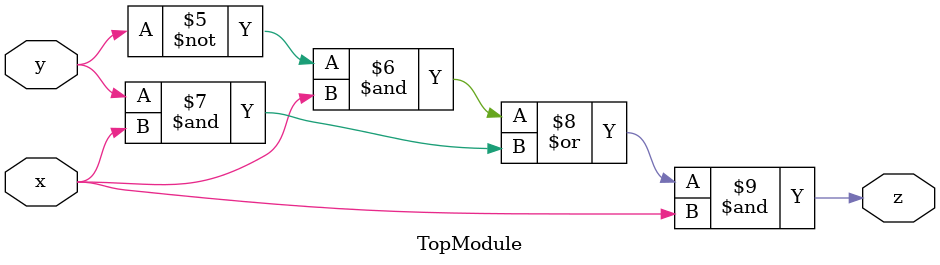
<source format=sv>

module TopModule (
  input x,
  input y,
  output z
);
logic intermediate1, intermediate2;
assign intermediate1 = (x & ~y);
assign intermediate2 = (~x & y);
assign z = ((~y & x) | (y & x)) & x;

endmodule

</source>
